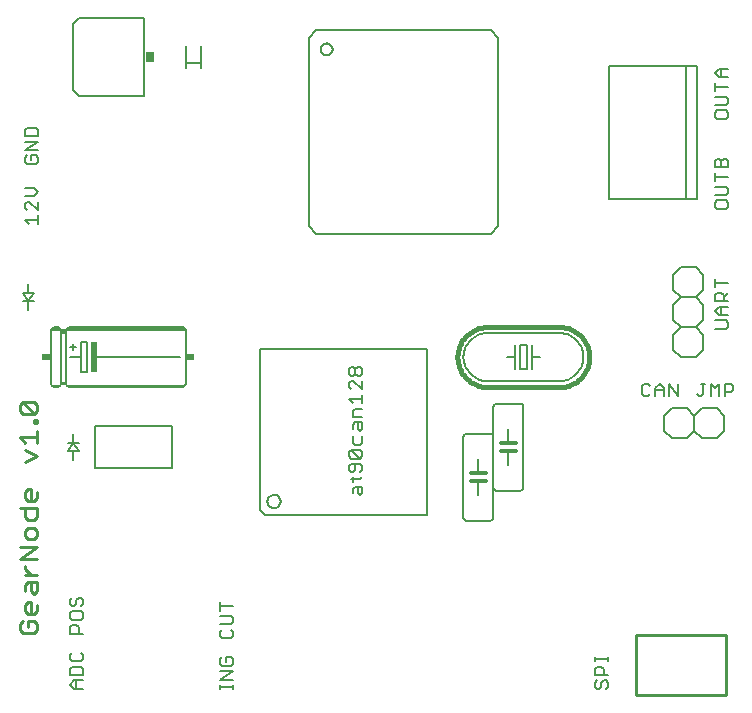
<source format=gto>
G75*
G70*
%OFA0B0*%
%FSLAX24Y24*%
%IPPOS*%
%LPD*%
%AMOC8*
5,1,8,0,0,1.08239X$1,22.5*
%
%ADD10C,0.0080*%
%ADD11C,0.0110*%
%ADD12C,0.0160*%
%ADD13C,0.0060*%
%ADD14C,0.0120*%
%ADD15C,0.0100*%
%ADD16R,0.0200X0.1000*%
%ADD17R,0.0300X0.0200*%
%ADD18C,0.0050*%
%ADD19R,0.0300X0.0340*%
D10*
X005786Y001362D02*
X005926Y001502D01*
X006207Y001502D01*
X006207Y001683D02*
X006207Y001893D01*
X006136Y001963D01*
X005856Y001963D01*
X005786Y001893D01*
X005786Y001683D01*
X006207Y001683D01*
X005996Y001502D02*
X005996Y001222D01*
X005926Y001222D02*
X005786Y001362D01*
X005926Y001222D02*
X006207Y001222D01*
X006136Y002143D02*
X006207Y002213D01*
X006207Y002353D01*
X006136Y002423D01*
X005856Y002423D02*
X005786Y002353D01*
X005786Y002213D01*
X005856Y002143D01*
X006136Y002143D01*
X006066Y003064D02*
X006066Y003274D01*
X005996Y003344D01*
X005856Y003344D01*
X005786Y003274D01*
X005786Y003064D01*
X006207Y003064D01*
X006136Y003524D02*
X006207Y003594D01*
X006207Y003734D01*
X006136Y003804D01*
X005856Y003804D01*
X005786Y003734D01*
X005786Y003594D01*
X005856Y003524D01*
X006136Y003524D01*
X006136Y003984D02*
X006207Y004054D01*
X006207Y004194D01*
X006136Y004265D01*
X006066Y004265D01*
X005996Y004194D01*
X005996Y004054D01*
X005926Y003984D01*
X005856Y003984D01*
X005786Y004054D01*
X005786Y004194D01*
X005856Y004265D01*
X010786Y004111D02*
X010786Y003831D01*
X010786Y003971D02*
X011207Y003971D01*
X011136Y003651D02*
X010786Y003651D01*
X010786Y003371D02*
X011136Y003371D01*
X011207Y003441D01*
X011207Y003581D01*
X011136Y003651D01*
X011136Y003190D02*
X011207Y003120D01*
X011207Y002980D01*
X011136Y002910D01*
X010856Y002910D01*
X010786Y002980D01*
X010786Y003120D01*
X010856Y003190D01*
X010856Y002270D02*
X010786Y002200D01*
X010786Y002059D01*
X010856Y001989D01*
X011136Y001989D01*
X011207Y002059D01*
X011207Y002200D01*
X011136Y002270D01*
X010996Y002270D01*
X010996Y002130D01*
X010786Y001809D02*
X011207Y001809D01*
X010786Y001529D01*
X011207Y001529D01*
X011207Y001362D02*
X011207Y001222D01*
X011207Y001292D02*
X010786Y001292D01*
X010786Y001222D02*
X010786Y001362D01*
X015436Y007672D02*
X015366Y007742D01*
X015366Y007952D01*
X015296Y007952D02*
X015507Y007952D01*
X015507Y007742D01*
X015436Y007672D01*
X015226Y007742D02*
X015226Y007882D01*
X015296Y007952D01*
X015226Y008132D02*
X015226Y008272D01*
X015156Y008202D02*
X015436Y008202D01*
X015507Y008272D01*
X015436Y008439D02*
X015507Y008509D01*
X015507Y008649D01*
X015436Y008719D01*
X015156Y008719D01*
X015086Y008649D01*
X015086Y008509D01*
X015156Y008439D01*
X015226Y008439D01*
X015296Y008509D01*
X015296Y008719D01*
X015156Y008899D02*
X015086Y008969D01*
X015086Y009110D01*
X015156Y009180D01*
X015436Y008899D01*
X015507Y008969D01*
X015507Y009110D01*
X015436Y009180D01*
X015156Y009180D01*
X015296Y009360D02*
X015436Y009360D01*
X015507Y009430D01*
X015507Y009640D01*
X015436Y009820D02*
X015366Y009890D01*
X015366Y010100D01*
X015296Y010100D02*
X015507Y010100D01*
X015507Y009890D01*
X015436Y009820D01*
X015226Y009890D02*
X015226Y010030D01*
X015296Y010100D01*
X015226Y010280D02*
X015226Y010491D01*
X015296Y010561D01*
X015507Y010561D01*
X015507Y010741D02*
X015507Y011021D01*
X015507Y010881D02*
X015086Y010881D01*
X015226Y010741D01*
X015226Y010280D02*
X015507Y010280D01*
X015226Y009640D02*
X015226Y009430D01*
X015296Y009360D01*
X015436Y008899D02*
X015156Y008899D01*
X015156Y011201D02*
X015086Y011271D01*
X015086Y011411D01*
X015156Y011481D01*
X015226Y011481D01*
X015507Y011201D01*
X015507Y011481D01*
X015436Y011661D02*
X015366Y011661D01*
X015296Y011732D01*
X015296Y011872D01*
X015366Y011942D01*
X015436Y011942D01*
X015507Y011872D01*
X015507Y011732D01*
X015436Y011661D01*
X015296Y011732D02*
X015226Y011661D01*
X015156Y011661D01*
X015086Y011732D01*
X015086Y011872D01*
X015156Y011942D01*
X015226Y011942D01*
X015296Y011872D01*
X009187Y009982D02*
X009187Y008582D01*
X006606Y008582D01*
X006606Y009982D01*
X009187Y009982D01*
X004707Y016722D02*
X004707Y017002D01*
X004707Y016862D02*
X004286Y016862D01*
X004426Y016722D01*
X004356Y017183D02*
X004286Y017253D01*
X004286Y017393D01*
X004356Y017463D01*
X004426Y017463D01*
X004707Y017183D01*
X004707Y017463D01*
X004566Y017643D02*
X004707Y017783D01*
X004566Y017923D01*
X004286Y017923D01*
X004286Y017643D02*
X004566Y017643D01*
X004636Y018722D02*
X004356Y018722D01*
X004286Y018792D01*
X004286Y018932D01*
X004356Y019002D01*
X004496Y019002D02*
X004496Y018862D01*
X004496Y019002D02*
X004636Y019002D01*
X004707Y018932D01*
X004707Y018792D01*
X004636Y018722D01*
X004707Y019183D02*
X004286Y019183D01*
X004707Y019463D01*
X004286Y019463D01*
X004286Y019643D02*
X004286Y019853D01*
X004356Y019923D01*
X004636Y019923D01*
X004707Y019853D01*
X004707Y019643D01*
X004286Y019643D01*
X005891Y021190D02*
X005891Y023375D01*
X006087Y023572D01*
X008243Y023572D01*
X008243Y020993D01*
X006087Y020993D01*
X005891Y021190D01*
X009641Y021928D02*
X009641Y022085D01*
X010152Y022085D01*
X010152Y022637D01*
X009641Y022637D02*
X009641Y022085D01*
X010152Y022085D02*
X010152Y021928D01*
X023743Y021971D02*
X023743Y017562D01*
X026302Y017562D01*
X026302Y021971D01*
X026696Y021971D01*
X026696Y017562D01*
X026302Y017562D01*
X027286Y017683D02*
X027636Y017683D01*
X027707Y017753D01*
X027707Y017893D01*
X027636Y017963D01*
X027286Y017963D01*
X027286Y018143D02*
X027286Y018423D01*
X027286Y018283D02*
X027707Y018283D01*
X027707Y018603D02*
X027707Y018813D01*
X027636Y018884D01*
X027566Y018884D01*
X027496Y018813D01*
X027496Y018603D01*
X027286Y018603D02*
X027286Y018813D01*
X027356Y018884D01*
X027426Y018884D01*
X027496Y018813D01*
X027286Y018603D02*
X027707Y018603D01*
X027636Y017502D02*
X027356Y017502D01*
X027286Y017432D01*
X027286Y017292D01*
X027356Y017222D01*
X027636Y017222D01*
X027707Y017292D01*
X027707Y017432D01*
X027636Y017502D01*
X027636Y020222D02*
X027707Y020292D01*
X027707Y020432D01*
X027636Y020502D01*
X027356Y020502D01*
X027286Y020432D01*
X027286Y020292D01*
X027356Y020222D01*
X027636Y020222D01*
X027636Y020683D02*
X027286Y020683D01*
X027286Y020963D02*
X027636Y020963D01*
X027707Y020893D01*
X027707Y020753D01*
X027636Y020683D01*
X027286Y021143D02*
X027286Y021423D01*
X027286Y021283D02*
X027707Y021283D01*
X027707Y021603D02*
X027426Y021603D01*
X027286Y021743D01*
X027426Y021884D01*
X027707Y021884D01*
X027496Y021884D02*
X027496Y021603D01*
X026302Y021971D02*
X023743Y021971D01*
X027286Y014884D02*
X027286Y014603D01*
X027286Y014743D02*
X027707Y014743D01*
X027707Y014423D02*
X027566Y014283D01*
X027566Y014353D02*
X027566Y014143D01*
X027707Y014143D02*
X027286Y014143D01*
X027286Y014353D01*
X027356Y014423D01*
X027496Y014423D01*
X027566Y014353D01*
X027496Y013963D02*
X027496Y013683D01*
X027426Y013683D02*
X027286Y013823D01*
X027426Y013963D01*
X027707Y013963D01*
X027707Y013683D02*
X027426Y013683D01*
X027286Y013502D02*
X027636Y013502D01*
X027707Y013432D01*
X027707Y013292D01*
X027636Y013222D01*
X027286Y013222D01*
X027419Y011393D02*
X027419Y010972D01*
X027599Y010972D02*
X027599Y011393D01*
X027809Y011393D01*
X027879Y011322D01*
X027879Y011182D01*
X027809Y011112D01*
X027599Y011112D01*
X027419Y011393D02*
X027278Y011252D01*
X027138Y011393D01*
X027138Y010972D01*
X026888Y011042D02*
X026888Y011393D01*
X026818Y011393D02*
X026958Y011393D01*
X026888Y011042D02*
X026818Y010972D01*
X026748Y010972D01*
X026678Y011042D01*
X026037Y010972D02*
X026037Y011393D01*
X025757Y011393D02*
X026037Y010972D01*
X025757Y010972D02*
X025757Y011393D01*
X025577Y011252D02*
X025577Y010972D01*
X025577Y011182D02*
X025297Y011182D01*
X025297Y011252D02*
X025437Y011393D01*
X025577Y011252D01*
X025297Y011252D02*
X025297Y010972D01*
X025117Y011042D02*
X025047Y010972D01*
X024907Y010972D01*
X024837Y011042D01*
X024837Y011322D01*
X024907Y011393D01*
X025047Y011393D01*
X025117Y011322D01*
X023707Y002283D02*
X023707Y002143D01*
X023707Y002213D02*
X023286Y002213D01*
X023286Y002143D02*
X023286Y002283D01*
X023356Y001963D02*
X023286Y001893D01*
X023286Y001683D01*
X023707Y001683D01*
X023566Y001683D02*
X023566Y001893D01*
X023496Y001963D01*
X023356Y001963D01*
X023356Y001502D02*
X023286Y001432D01*
X023286Y001292D01*
X023356Y001222D01*
X023426Y001222D01*
X023496Y001292D01*
X023496Y001432D01*
X023566Y001502D01*
X023636Y001502D01*
X023707Y001432D01*
X023707Y001292D01*
X023636Y001222D01*
D11*
X004101Y003186D02*
X004101Y003382D01*
X004199Y003481D01*
X004396Y003481D02*
X004396Y003284D01*
X004396Y003481D02*
X004593Y003481D01*
X004692Y003382D01*
X004692Y003186D01*
X004593Y003087D01*
X004199Y003087D01*
X004101Y003186D01*
X004396Y003732D02*
X004298Y003830D01*
X004298Y004027D01*
X004396Y004125D01*
X004495Y004125D01*
X004495Y003732D01*
X004593Y003732D02*
X004396Y003732D01*
X004593Y003732D02*
X004692Y003830D01*
X004692Y004027D01*
X004593Y004376D02*
X004495Y004475D01*
X004495Y004770D01*
X004396Y004770D02*
X004692Y004770D01*
X004692Y004475D01*
X004593Y004376D01*
X004298Y004475D02*
X004298Y004671D01*
X004396Y004770D01*
X004298Y005021D02*
X004692Y005021D01*
X004495Y005021D02*
X004298Y005218D01*
X004298Y005316D01*
X004101Y005558D02*
X004692Y005952D01*
X004101Y005952D01*
X004396Y006202D02*
X004298Y006301D01*
X004298Y006498D01*
X004396Y006596D01*
X004593Y006596D01*
X004692Y006498D01*
X004692Y006301D01*
X004593Y006202D01*
X004396Y006202D01*
X004396Y006847D02*
X004298Y006945D01*
X004298Y007241D01*
X004101Y007241D02*
X004692Y007241D01*
X004692Y006945D01*
X004593Y006847D01*
X004396Y006847D01*
X004396Y007491D02*
X004298Y007590D01*
X004298Y007787D01*
X004396Y007885D01*
X004495Y007885D01*
X004495Y007491D01*
X004593Y007491D02*
X004396Y007491D01*
X004593Y007491D02*
X004692Y007590D01*
X004692Y007787D01*
X004298Y008781D02*
X004692Y008977D01*
X004298Y009174D01*
X004298Y009425D02*
X004101Y009622D01*
X004692Y009622D01*
X004692Y009425D02*
X004692Y009819D01*
X004692Y010070D02*
X004593Y010070D01*
X004593Y010168D01*
X004692Y010168D01*
X004692Y010070D01*
X004593Y010392D02*
X004199Y010785D01*
X004593Y010785D01*
X004692Y010687D01*
X004692Y010490D01*
X004593Y010392D01*
X004199Y010392D01*
X004101Y010490D01*
X004101Y010687D01*
X004199Y010785D01*
X004101Y005558D02*
X004692Y005558D01*
D12*
X019697Y011282D02*
X022097Y011282D01*
X022159Y011284D01*
X022220Y011290D01*
X022281Y011299D01*
X022341Y011312D01*
X022400Y011329D01*
X022458Y011350D01*
X022515Y011374D01*
X022570Y011401D01*
X022623Y011432D01*
X022675Y011466D01*
X022724Y011503D01*
X022771Y011543D01*
X022815Y011586D01*
X022856Y011631D01*
X022895Y011679D01*
X022931Y011730D01*
X022963Y011782D01*
X022992Y011836D01*
X023018Y011892D01*
X023040Y011950D01*
X023059Y012008D01*
X023074Y012068D01*
X023085Y012129D01*
X023093Y012190D01*
X023097Y012251D01*
X023097Y012313D01*
X023093Y012374D01*
X023085Y012435D01*
X023074Y012496D01*
X023059Y012556D01*
X023040Y012614D01*
X023018Y012672D01*
X022992Y012728D01*
X022963Y012782D01*
X022931Y012834D01*
X022895Y012885D01*
X022856Y012933D01*
X022815Y012978D01*
X022771Y013021D01*
X022724Y013061D01*
X022675Y013098D01*
X022623Y013132D01*
X022570Y013163D01*
X022515Y013190D01*
X022458Y013214D01*
X022400Y013235D01*
X022341Y013252D01*
X022281Y013265D01*
X022220Y013274D01*
X022159Y013280D01*
X022097Y013282D01*
X019697Y013282D01*
X019635Y013280D01*
X019574Y013274D01*
X019513Y013265D01*
X019453Y013252D01*
X019394Y013235D01*
X019336Y013214D01*
X019279Y013190D01*
X019224Y013163D01*
X019171Y013132D01*
X019119Y013098D01*
X019070Y013061D01*
X019023Y013021D01*
X018979Y012978D01*
X018938Y012933D01*
X018899Y012885D01*
X018863Y012834D01*
X018831Y012782D01*
X018802Y012728D01*
X018776Y012672D01*
X018754Y012614D01*
X018735Y012556D01*
X018720Y012496D01*
X018709Y012435D01*
X018701Y012374D01*
X018697Y012313D01*
X018697Y012251D01*
X018701Y012190D01*
X018709Y012129D01*
X018720Y012068D01*
X018735Y012008D01*
X018754Y011950D01*
X018776Y011892D01*
X018802Y011836D01*
X018831Y011782D01*
X018863Y011730D01*
X018899Y011679D01*
X018938Y011631D01*
X018979Y011586D01*
X019023Y011543D01*
X019070Y011503D01*
X019119Y011466D01*
X019171Y011432D01*
X019224Y011401D01*
X019279Y011374D01*
X019336Y011350D01*
X019394Y011329D01*
X019453Y011312D01*
X019513Y011299D01*
X019574Y011290D01*
X019635Y011284D01*
X019697Y011282D01*
D13*
X019697Y011482D02*
X022097Y011482D01*
X022153Y011484D01*
X022208Y011490D01*
X022263Y011499D01*
X022318Y011513D01*
X022371Y011530D01*
X022422Y011551D01*
X022473Y011576D01*
X022521Y011604D01*
X022567Y011635D01*
X022611Y011669D01*
X022653Y011707D01*
X022692Y011747D01*
X022727Y011789D01*
X022760Y011835D01*
X022790Y011882D01*
X022816Y011931D01*
X022839Y011982D01*
X022858Y012035D01*
X022873Y012088D01*
X022885Y012143D01*
X022893Y012198D01*
X022897Y012254D01*
X022897Y012310D01*
X022893Y012366D01*
X022885Y012421D01*
X022873Y012476D01*
X022858Y012529D01*
X022839Y012582D01*
X022816Y012633D01*
X022790Y012682D01*
X022760Y012729D01*
X022727Y012775D01*
X022692Y012817D01*
X022653Y012857D01*
X022611Y012895D01*
X022567Y012929D01*
X022521Y012960D01*
X022473Y012988D01*
X022422Y013013D01*
X022371Y013034D01*
X022318Y013051D01*
X022263Y013065D01*
X022208Y013074D01*
X022153Y013080D01*
X022097Y013082D01*
X019697Y013082D01*
X019641Y013080D01*
X019586Y013074D01*
X019531Y013065D01*
X019476Y013051D01*
X019423Y013034D01*
X019372Y013013D01*
X019321Y012988D01*
X019273Y012960D01*
X019227Y012929D01*
X019183Y012895D01*
X019141Y012857D01*
X019102Y012817D01*
X019067Y012775D01*
X019034Y012729D01*
X019004Y012682D01*
X018978Y012633D01*
X018955Y012582D01*
X018936Y012529D01*
X018921Y012476D01*
X018909Y012421D01*
X018901Y012366D01*
X018897Y012310D01*
X018897Y012254D01*
X018901Y012198D01*
X018909Y012143D01*
X018921Y012088D01*
X018936Y012035D01*
X018955Y011982D01*
X018978Y011931D01*
X019004Y011882D01*
X019034Y011835D01*
X019067Y011789D01*
X019102Y011747D01*
X019141Y011707D01*
X019183Y011669D01*
X019227Y011635D01*
X019273Y011604D01*
X019321Y011576D01*
X019372Y011551D01*
X019423Y011530D01*
X019476Y011513D01*
X019531Y011499D01*
X019586Y011490D01*
X019641Y011484D01*
X019697Y011482D01*
X019997Y010732D02*
X020797Y010732D01*
X020814Y010730D01*
X020831Y010726D01*
X020847Y010719D01*
X020861Y010709D01*
X020874Y010696D01*
X020884Y010682D01*
X020891Y010666D01*
X020895Y010649D01*
X020897Y010632D01*
X020897Y007932D01*
X020895Y007915D01*
X020891Y007898D01*
X020884Y007882D01*
X020874Y007868D01*
X020861Y007855D01*
X020847Y007845D01*
X020831Y007838D01*
X020814Y007834D01*
X020797Y007832D01*
X019997Y007832D01*
X019980Y007834D01*
X019963Y007838D01*
X019947Y007845D01*
X019933Y007855D01*
X019920Y007868D01*
X019910Y007882D01*
X019903Y007898D01*
X019899Y007915D01*
X019897Y007932D01*
X019897Y010632D01*
X019899Y010649D01*
X019903Y010666D01*
X019910Y010682D01*
X019920Y010696D01*
X019933Y010709D01*
X019947Y010719D01*
X019963Y010726D01*
X019980Y010730D01*
X019997Y010732D01*
X020397Y009882D02*
X020397Y009412D01*
X020397Y009162D02*
X020397Y008682D01*
X019397Y008882D02*
X019397Y008412D01*
X019397Y008162D02*
X019397Y007682D01*
X019897Y006932D02*
X019895Y006915D01*
X019891Y006898D01*
X019884Y006882D01*
X019874Y006868D01*
X019861Y006855D01*
X019847Y006845D01*
X019831Y006838D01*
X019814Y006834D01*
X019797Y006832D01*
X018997Y006832D01*
X018980Y006834D01*
X018963Y006838D01*
X018947Y006845D01*
X018933Y006855D01*
X018920Y006868D01*
X018910Y006882D01*
X018903Y006898D01*
X018899Y006915D01*
X018897Y006932D01*
X018897Y009632D01*
X018899Y009649D01*
X018903Y009666D01*
X018910Y009682D01*
X018920Y009696D01*
X018933Y009709D01*
X018947Y009719D01*
X018963Y009726D01*
X018980Y009730D01*
X018997Y009732D01*
X019797Y009732D01*
X019814Y009730D01*
X019831Y009726D01*
X019847Y009719D01*
X019861Y009709D01*
X019874Y009696D01*
X019884Y009682D01*
X019891Y009666D01*
X019895Y009649D01*
X019897Y009632D01*
X019897Y006932D01*
X017667Y007012D02*
X012297Y007012D01*
X012126Y007182D01*
X012126Y012552D01*
X017667Y012552D01*
X017667Y007012D01*
X012362Y007467D02*
X012364Y007496D01*
X012370Y007525D01*
X012379Y007553D01*
X012393Y007579D01*
X012409Y007603D01*
X012429Y007625D01*
X012452Y007644D01*
X012476Y007660D01*
X012503Y007672D01*
X012531Y007681D01*
X012560Y007686D01*
X012589Y007687D01*
X012619Y007684D01*
X012647Y007677D01*
X012675Y007667D01*
X012700Y007652D01*
X012724Y007635D01*
X012745Y007615D01*
X012763Y007592D01*
X012778Y007566D01*
X012790Y007539D01*
X012798Y007511D01*
X012802Y007482D01*
X012802Y007452D01*
X012798Y007423D01*
X012790Y007395D01*
X012778Y007368D01*
X012763Y007342D01*
X012745Y007319D01*
X012724Y007299D01*
X012700Y007282D01*
X012675Y007267D01*
X012647Y007257D01*
X012619Y007250D01*
X012589Y007247D01*
X012560Y007248D01*
X012531Y007253D01*
X012503Y007262D01*
X012476Y007274D01*
X012452Y007290D01*
X012429Y007309D01*
X012409Y007331D01*
X012393Y007355D01*
X012379Y007381D01*
X012370Y007409D01*
X012364Y007438D01*
X012362Y007467D01*
X009547Y011282D02*
X009597Y011332D01*
X005697Y011332D01*
X005747Y011282D01*
X005747Y011302D01*
X009547Y011302D01*
X009547Y011282D02*
X005747Y011282D01*
X005697Y011332D02*
X005647Y011382D01*
X005647Y011402D01*
X005497Y011402D01*
X005497Y011382D01*
X005447Y011332D01*
X005197Y011332D01*
X005247Y011282D01*
X005247Y011302D01*
X005397Y011302D01*
X005397Y011282D02*
X005247Y011282D01*
X005197Y011332D02*
X005147Y011382D01*
X005147Y013182D01*
X005497Y013182D01*
X005647Y013182D01*
X009647Y013182D01*
X009647Y011382D01*
X009597Y011332D01*
X009447Y012282D02*
X006647Y012282D01*
X006147Y012282D02*
X006147Y012782D01*
X006347Y012782D01*
X006347Y011782D01*
X006147Y011782D01*
X006147Y012282D01*
X005797Y012282D01*
X005897Y012532D02*
X005897Y012732D01*
X005797Y012632D02*
X005997Y012632D01*
X005647Y013082D02*
X005647Y011432D01*
X005497Y011432D01*
X005497Y011402D01*
X005497Y011382D02*
X005647Y011382D01*
X005647Y011402D02*
X005647Y011432D01*
X005497Y011432D02*
X005497Y013082D01*
X005647Y013082D01*
X005647Y013182D01*
X005747Y013282D01*
X009547Y013282D01*
X009647Y013182D01*
X005497Y013182D02*
X005497Y013082D01*
X005497Y013182D02*
X005397Y013282D01*
X005247Y013282D01*
X005147Y013182D01*
X005447Y011332D02*
X005397Y011282D01*
X020347Y012282D02*
X020627Y012282D01*
X020627Y011882D01*
X020767Y011882D02*
X021017Y011882D01*
X021017Y012682D01*
X020767Y012682D01*
X020767Y011882D01*
X021167Y011882D02*
X021167Y012282D01*
X021447Y012282D01*
X021167Y012282D02*
X021167Y012682D01*
X020627Y012682D02*
X020627Y012282D01*
X025597Y010332D02*
X025597Y009832D01*
X025847Y009582D01*
X026347Y009582D01*
X026597Y009832D01*
X026847Y009582D01*
X027347Y009582D01*
X027597Y009832D01*
X027597Y010332D01*
X027347Y010582D01*
X026847Y010582D01*
X026597Y010332D01*
X026597Y009832D01*
X026597Y010332D02*
X026347Y010582D01*
X025847Y010582D01*
X025597Y010332D01*
X026147Y012282D02*
X025897Y012532D01*
X025897Y013032D01*
X026147Y013282D01*
X025897Y013532D01*
X025897Y014032D01*
X026147Y014282D01*
X025897Y014532D01*
X025897Y015032D01*
X026147Y015282D01*
X026647Y015282D01*
X026897Y015032D01*
X026897Y014532D01*
X026647Y014282D01*
X026897Y014032D01*
X026897Y013532D01*
X026647Y013282D01*
X026897Y013032D01*
X026897Y012532D01*
X026647Y012282D01*
X026147Y012282D01*
X026147Y013282D02*
X026647Y013282D01*
X026647Y014282D02*
X026147Y014282D01*
D14*
X020647Y009412D02*
X020397Y009412D01*
X020147Y009412D01*
X020147Y009162D02*
X020397Y009162D01*
X020647Y009162D01*
X019647Y008412D02*
X019397Y008412D01*
X019147Y008412D01*
X019147Y008162D02*
X019397Y008162D01*
X019647Y008162D01*
X009547Y013232D02*
X005747Y013232D01*
X005597Y013132D02*
X005547Y013132D01*
X005397Y013232D02*
X005247Y013232D01*
D15*
X024647Y003032D02*
X024647Y001032D01*
X027647Y001032D01*
X027647Y003032D01*
X024647Y003032D01*
D16*
X006597Y012282D03*
D17*
X004997Y012282D03*
X009797Y012282D03*
D18*
X005897Y009720D02*
X005897Y009407D01*
X006084Y009407D01*
X005897Y009407D02*
X005709Y009407D01*
X005897Y009407D02*
X005709Y009157D01*
X005897Y009157D01*
X005897Y008845D01*
X005897Y009157D02*
X006084Y009157D01*
X005897Y009407D01*
X004397Y013845D02*
X004397Y014157D01*
X004209Y014157D01*
X004397Y014157D02*
X004209Y014407D01*
X004397Y014407D01*
X004397Y014720D01*
X004397Y014407D02*
X004584Y014407D01*
X004397Y014157D01*
X004584Y014157D01*
X013747Y016633D02*
X013747Y022932D01*
X013983Y023168D01*
X019810Y023168D01*
X020046Y022932D01*
X020046Y016633D01*
X019810Y016396D01*
X013983Y016396D01*
X013747Y016633D01*
X014140Y022538D02*
X014142Y022565D01*
X014148Y022592D01*
X014157Y022618D01*
X014170Y022642D01*
X014186Y022665D01*
X014205Y022684D01*
X014227Y022701D01*
X014251Y022715D01*
X014276Y022725D01*
X014303Y022732D01*
X014330Y022735D01*
X014358Y022734D01*
X014385Y022729D01*
X014411Y022721D01*
X014435Y022709D01*
X014458Y022693D01*
X014479Y022675D01*
X014496Y022654D01*
X014511Y022630D01*
X014522Y022605D01*
X014530Y022579D01*
X014534Y022552D01*
X014534Y022524D01*
X014530Y022497D01*
X014522Y022471D01*
X014511Y022446D01*
X014496Y022422D01*
X014479Y022401D01*
X014458Y022383D01*
X014436Y022367D01*
X014411Y022355D01*
X014385Y022347D01*
X014358Y022342D01*
X014330Y022341D01*
X014303Y022344D01*
X014276Y022351D01*
X014251Y022361D01*
X014227Y022375D01*
X014205Y022392D01*
X014186Y022411D01*
X014170Y022434D01*
X014157Y022458D01*
X014148Y022484D01*
X014142Y022511D01*
X014140Y022538D01*
D19*
X008437Y022282D03*
M02*

</source>
